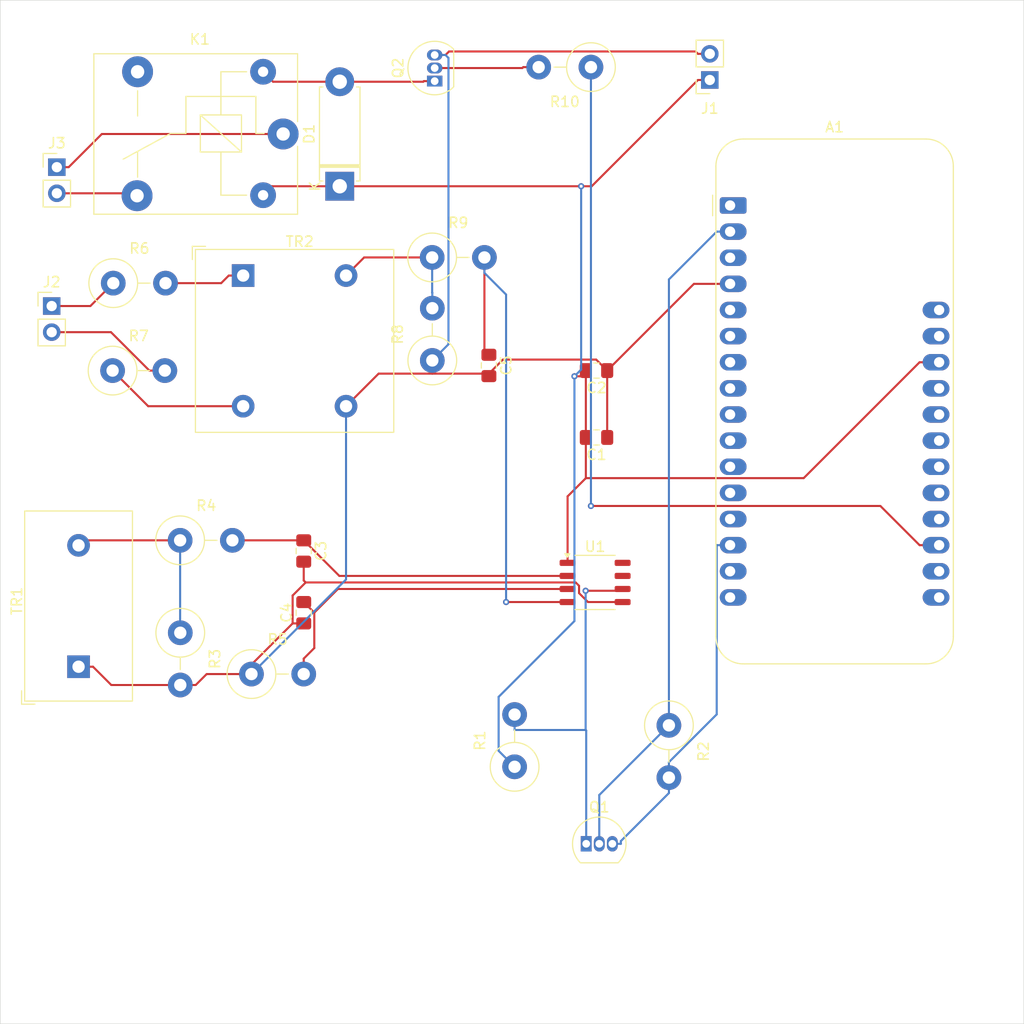
<source format=kicad_pcb>
(kicad_pcb (version 20240108) (generator "pcbnew") (generator_version "8.0")
  (layers (0 "F.Cu" signal) (31 "B.Cu" signal) (34 "B.Paste" user) (35 "F.Paste" user) (36 "B.SilkS" user "B.Silkscreen") (37 "F.SilkS" user "F.Silkscreen") (38 "B.Mask" user) (39 "F.Mask" user) (44 "Edge.Cuts" user))
  (net 0 "")
  (net 7 "Net-(A1-RX{slash}IO16)")
  (net 9 "Net-(A1-3V3)")
  (net 11 "Net-(A1-USB)")
  (net 23 "Net-(A1-GND)")
  (net 27 "/IO14")
  (net 29 "/IP")
  (net 30 "/IN")
  (net 31 "/VP")
  (net 32 "Net-(D1-A)")
  (net 33 "/AC_L")
  (net 34 "/AC_N")
  (net 35 "Net-(J3-Pin_1)")
  (net 36 "Net-(J3-Pin_2)")
  (net 38 "/E_TX")
  (net 39 "Net-(Q2-B)")
  (net 40 "Net-(R3-Pad1)")
  (net 41 "Net-(R6-Pad2)")
  (net 42 "Net-(R7-Pad1)")
  (net 43 "Net-(R8-Pad2)")
  (footprint "Resistor_THT:R_Axial_DIN0414_L11.9mm_D4.5mm_P5.08mm_Vertical" (layer "F.Cu") (at 124.42 115.5)
    (property "Reference" "R5" (at 2.54 -3.37 0) (layer "F.SilkS"))
    (property "Value" "1k")
    (fp_line (start 2.37 0) (end 3.58 0) (stroke (width 0.12)) (layer "F.SilkS"))
    (fp_circle (center 0 0) (end 2.37 0) (stroke (width 0.12)) (fill none) (layer "F.SilkS"))
    (pad "1" thru_hole circle (at 0 0) (size 2.4 2.4) (drill 1.2) (layers "*.Cu" "*.Mask") (net 23 "Net-(A1-GND)"))
    (pad "2" thru_hole oval (at 5.08 0) (size 2.4 2.4) (drill 1.2) (layers "*.Cu" "*.Mask") (net 30 "/IN"))
  )
  (footprint "Resistor_THT:R_Axial_DIN0414_L11.9mm_D4.5mm_P5.08mm_Vertical" (layer "F.Cu") (at 141.985 75)
    (property "Reference" "R9" (at 2.54 -3.37 0) (layer "F.SilkS"))
    (property "Value" "1k")
    (fp_line (start 2.37 0) (end 3.58 0) (stroke (width 0.12)) (layer "F.SilkS"))
    (fp_circle (center 0 0) (end 2.37 0) (stroke (width 0.12)) (fill none) (layer "F.SilkS"))
    (pad "1" thru_hole circle (at 0 0) (size 2.4 2.4) (drill 1.2) (layers "*.Cu" "*.Mask") (net 43 "Net-(R8-Pad2)"))
    (pad "2" thru_hole oval (at 5.08 0) (size 2.4 2.4) (drill 1.2) (layers "*.Cu" "*.Mask") (net 31 "/VP"))
  )
  (footprint "Connector_PinSocket_2.54mm:PinSocket_1x02_P2.54mm_Vertical" (layer "F.Cu") (at 168.975 57.75 180)
    (property "Reference" "J1" (at 0 -2.77 0) (layer "F.SilkS"))
    (property "Value" "2 pin 5V/GND from dc power supply")
    (fp_line (start 1.33 1.27) (end 1.33 3.87) (stroke (width 0.12)) (layer "F.SilkS"))
    (fp_line (start 1.33 -1.33) (end 1.33 0) (stroke (width 0.12)) (layer "F.SilkS"))
    (fp_line (start 0 -1.33) (end 1.33 -1.33) (stroke (width 0.12)) (layer "F.SilkS"))
    (fp_line (start -1.33 3.87) (end 1.33 3.87) (stroke (width 0.12)) (layer "F.SilkS"))
    (fp_line (start -1.33 1.27) (end 1.33 1.27) (stroke (width 0.12)) (layer "F.SilkS"))
    (fp_line (start -1.33 1.27) (end -1.33 3.87) (stroke (width 0.12)) (layer "F.SilkS"))
    (pad "1" thru_hole rect (at 0 0 180) (size 1.7 1.7) (drill 1) (layers "*.Cu" "*.Mask") (net 11 "Net-(A1-USB)"))
    (pad "2" thru_hole oval (at 0 2.54 180) (size 1.7 1.7) (drill 1) (layers "*.Cu" "*.Mask") (net 23 "Net-(A1-GND)"))
  )
  (footprint "Capacitor_SMD:C_0805_2012Metric_Pad1.18x1.45mm_HandSolder" (layer "F.Cu") (at 157.9625 92.5 180)
    (property "Reference" "C1" (at 0 -1.68 0) (layer "F.SilkS"))
    (property "Value" "100n")
    (fp_line (start -0.261252 0.735) (end 0.261252 0.735) (stroke (width 0.12)) (layer "F.SilkS"))
    (fp_line (start -0.261252 -0.735) (end 0.261252 -0.735) (stroke (width 0.12)) (layer "F.SilkS"))
    (pad "1" smd roundrect (at -1.0375 0 180) (size 1.175 1.45) (layers "F.Cu" "F.Paste" "F.Mask") (roundrect_rratio 0.212766) (net 23 "Net-(A1-GND)"))
    (pad "2" smd roundrect (at 1.0375 0 180) (size 1.175 1.45) (layers "F.Cu" "F.Paste" "F.Mask") (roundrect_rratio 0.212766) (net 11 "Net-(A1-USB)"))
  )
  (footprint "Package_SO:SSOP-8_3.9x5.05mm_P1.27mm" (layer "F.Cu") (at 157.825 106.595)
    (property "Reference" "U1" (at 0 -3.48 0) (layer "F.SilkS"))
    (property "Value" "HLW8032")
    (fp_line (start 0 -2.635) (end -1.95 -2.635) (stroke (width 0.12)) (layer "F.SilkS"))
    (fp_line (start 0 -2.635) (end 1.95 -2.635) (stroke (width 0.12)) (layer "F.SilkS"))
    (fp_line (start 0 2.635) (end -1.95 2.635) (stroke (width 0.12)) (layer "F.SilkS"))
    (fp_line (start 0 2.635) (end 1.95 2.635) (stroke (width 0.12)) (layer "F.SilkS"))
    (fp_poly (pts (xy -2.7 -2.465) (xy -2.94 -2.795) (xy -2.46 -2.795) (xy -2.7 -2.465)) (stroke (width 0.12)) (fill solid) (layer "F.SilkS"))
    (pad "1" smd roundrect (at -2.675 -1.905) (size 1.55 0.6) (layers "F.Cu" "F.Paste" "F.Mask") (net 11 "Net-(A1-USB)"))
    (pad "2" smd roundrect (at -2.675 -0.635) (size 1.55 0.6) (layers "F.Cu" "F.Paste" "F.Mask") (net 29 "/IP"))
    (pad "3" smd roundrect (at -2.675 0.635) (size 1.55 0.6) (layers "F.Cu" "F.Paste" "F.Mask") (net 30 "/IN"))
    (pad "4" smd roundrect (at -2.675 1.905) (size 1.55 0.6) (layers "F.Cu" "F.Paste" "F.Mask") (net 31 "/VP"))
    (pad "5" smd roundrect (at 2.675 1.905) (size 1.55 0.6) (layers "F.Cu" "F.Paste" "F.Mask") (net 23 "Net-(A1-GND)"))
    (pad "6" smd roundrect (at 2.675 0.635) (size 1.55 0.6) (layers "F.Cu" "F.Paste" "F.Mask") (net 38 "/E_TX"))
    (pad "7" smd roundrect (at 2.675 -0.635) (size 1.55 0.6) (layers "F.Cu" "F.Paste" "F.Mask"))
    (pad "8" smd roundrect (at 2.675 -1.905) (size 1.55 0.6) (layers "F.Cu" "F.Paste" "F.Mask"))
  )
  (footprint "Resistor_THT:R_Axial_DIN0414_L11.9mm_D4.5mm_P5.08mm_Vertical" (layer "F.Cu") (at 117.485 102.5)
    (property "Reference" "R4" (at 2.54 -3.37 0) (layer "F.SilkS"))
    (property "Value" "1k")
    (fp_line (start 2.37 0) (end 3.58 0) (stroke (width 0.12)) (layer "F.SilkS"))
    (fp_circle (center 0 0) (end 2.37 0) (stroke (width 0.12)) (fill none) (layer "F.SilkS"))
    (pad "1" thru_hole circle (at 0 0) (size 2.4 2.4) (drill 1.2) (layers "*.Cu" "*.Mask") (net 40 "Net-(R3-Pad1)"))
    (pad "2" thru_hole oval (at 5.08 0) (size 2.4 2.4) (drill 1.2) (layers "*.Cu" "*.Mask") (net 29 "/IP"))
  )
  (footprint "Resistor_THT:R_Axial_DIN0414_L11.9mm_D4.5mm_P5.08mm_Vertical" (layer "F.Cu") (at 157.42 56.5 180)
    (property "Reference" "R10" (at 2.54 -3.37 0) (layer "F.SilkS"))
    (property "Value" "3.3k")
    (fp_line (start 2.37 0) (end 3.58 0) (stroke (width 0.12)) (layer "F.SilkS"))
    (fp_circle (center 0 0) (end 2.37 0) (stroke (width 0.12)) (fill none) (layer "F.SilkS"))
    (pad "1" thru_hole circle (at 0 0 180) (size 2.4 2.4) (drill 1.2) (layers "*.Cu" "*.Mask") (net 27 "/IO14"))
    (pad "2" thru_hole oval (at 5.08 0 180) (size 2.4 2.4) (drill 1.2) (layers "*.Cu" "*.Mask") (net 39 "Net-(Q2-B)"))
  )
  (footprint "Relay_THT:Relay_SPDT_SANYOU_SRD_Series_Form_C" (layer "F.Cu") (at 127.5 63 180)
    (property "Reference" "K1" (at 8.1 9.2 0) (layer "F.SilkS"))
    (property "Value" "SANYOU_SRD_Form_C")
    (fp_line (start 18.4 7.8) (end -1.4 7.8) (stroke (width 0.12)) (layer "F.SilkS"))
    (fp_line (start 18.4 -7.8) (end 18.4 7.8) (stroke (width 0.12)) (layer "F.SilkS"))
    (fp_line (start 14.15 4.2) (end 14.15 1.75) (stroke (width 0.12)) (layer "F.SilkS"))
    (fp_line (start 14.15 -4.2) (end 14.15 -1.7) (stroke (width 0.12)) (layer "F.SilkS"))
    (fp_line (start 10.95 0.05) (end 15.55 -2.45) (stroke (width 0.12)) (layer "F.SilkS"))
    (fp_line (start 9.45 3.65) (end 2.65 3.65) (stroke (width 0.12)) (layer "F.SilkS"))
    (fp_line (start 9.45 0.05) (end 10.95 0.05) (stroke (width 0.12)) (layer "F.SilkS"))
    (fp_line (start 9.45 0.05) (end 9.45 3.65) (stroke (width 0.12)) (layer "F.SilkS"))
    (fp_line (start 8.05 1.85) (end 4.05 1.85) (stroke (width 0.12)) (layer "F.SilkS"))
    (fp_line (start 8.05 1.85) (end 4.05 -1.75) (stroke (width 0.12)) (layer "F.SilkS"))
    (fp_line (start 8.05 -1.75) (end 8.05 1.85) (stroke (width 0.12)) (layer "F.SilkS"))
    (fp_line (start 6.05 1.85) (end 6.05 6.05) (stroke (width 0.12)) (layer "F.SilkS"))
    (fp_line (start 6.05 -5.95) (end 6.05 -1.75) (stroke (width 0.12)) (layer "F.SilkS"))
    (fp_line (start 6.05 -5.95) (end 3.55 -5.95) (stroke (width 0.12)) (layer "F.SilkS"))
    (fp_line (start 4.05 1.85) (end 4.05 -1.75) (stroke (width 0.12)) (layer "F.SilkS"))
    (fp_line (start 4.05 -1.75) (end 8.05 -1.75) (stroke (width 0.12)) (layer "F.SilkS"))
    (fp_line (start 3.55 6.05) (end 6.05 6.05) (stroke (width 0.12)) (layer "F.SilkS"))
    (fp_line (start 2.65 0.05) (end 2.65 3.65) (stroke (width 0.12)) (layer "F.SilkS"))
    (fp_line (start 2.65 0.05) (end 1.85 0.05) (stroke (width 0.12)) (layer "F.SilkS"))
    (fp_line (start -1.4 1.2) (end -1.4 7.8) (stroke (width 0.12)) (layer "F.SilkS"))
    (fp_line (start -1.4 -7.8) (end 18.4 -7.8) (stroke (width 0.12)) (layer "F.SilkS"))
    (fp_line (start -1.4 -7.8) (end -1.4 -1.2) (stroke (width 0.12)) (layer "F.SilkS"))
    (pad "1" thru_hole circle (at 0 0 270) (size 3 3) (drill 1.3) (layers "*.Cu" "*.Mask") (net 35 "Net-(J3-Pin_1)"))
    (pad "2" thru_hole circle (at 1.95 6.05 270) (size 2.5 2.5) (drill 1) (layers "*.Cu" "*.Mask") (net 32 "Net-(D1-A)"))
    (pad "3" thru_hole circle (at 14.15 6.05 270) (size 3 3) (drill 1.3) (layers "*.Cu" "*.Mask"))
    (pad "4" thru_hole circle (at 14.2 -6 270) (size 3 3) (drill 1.3) (layers "*.Cu" "*.Mask") (net 36 "Net-(J3-Pin_2)"))
    (pad "5" thru_hole circle (at 1.95 -5.95 270) (size 2.5 2.5) (drill 1) (layers "*.Cu" "*.Mask") (net 11 "Net-(A1-USB)"))
  )
  (footprint "Package_TO_SOT_THT:TO-92_Inline" (layer "F.Cu") (at 142.23 57.86 90)
    (property "Reference" "Q2" (at 1.27 -3.56 90) (layer "F.SilkS"))
    (property "Value" "NPN")
    (fp_line (start -0.53 1.85) (end 3.07 1.85) (stroke (width 0.12)) (layer "F.SilkS"))
    (fp_arc (start 1.27 -2.6) (mid 3.672087 -0.994977) (end 3.108478 1.838478) (stroke (width 0.12)) (layer "F.SilkS"))
    (fp_arc (start -0.568478 1.838478) (mid -1.132087 -0.994977) (end 1.27 -2.6) (stroke (width 0.12)) (layer "F.SilkS"))
    (pad "1" thru_hole rect (at 0 0 90) (size 1.05 1.5) (drill 0.75) (layers "*.Cu" "*.Mask") (net 32 "Net-(D1-A)"))
    (pad "2" thru_hole oval (at 1.27 0 90) (size 1.05 1.5) (drill 0.75) (layers "*.Cu" "*.Mask") (net 39 "Net-(Q2-B)"))
    (pad "3" thru_hole oval (at 2.54 0 90) (size 1.05 1.5) (drill 0.75) (layers "*.Cu" "*.Mask") (net 23 "Net-(A1-GND)"))
  )
  (footprint "Resistor_THT:R_Axial_DIN0414_L11.9mm_D4.5mm_P5.08mm_Vertical" (layer "F.Cu") (at 150 124.515 90)
    (property "Reference" "R1" (at 2.54 -3.37 90) (layer "F.SilkS"))
    (property "Value" "10k")
    (fp_line (start 2.37 0) (end 3.58 0) (stroke (width 0.12)) (layer "F.SilkS"))
    (fp_circle (center 0 0) (end 2.37 0) (stroke (width 0.12)) (fill none) (layer "F.SilkS"))
    (pad "1" thru_hole circle (at 0 0 90) (size 2.4 2.4) (drill 1.2) (layers "*.Cu" "*.Mask") (net 11 "Net-(A1-USB)"))
    (pad "2" thru_hole oval (at 5.08 0 90) (size 2.4 2.4) (drill 1.2) (layers "*.Cu" "*.Mask") (net 38 "/E_TX"))
  )
  (footprint "Connector_PinHeader_2.54mm:PinHeader_1x02_P2.54mm_Vertical" (layer "F.Cu") (at 105 79.725)
    (property "Reference" "J2" (at 0 -2.33 0) (layer "F.SilkS"))
    (property "Value" "2-pin Load voltage sense")
    (fp_line (start -1.33 -1.33) (end 0 -1.33) (stroke (width 0.12)) (layer "F.SilkS"))
    (fp_line (start -1.33 0) (end -1.33 -1.33) (stroke (width 0.12)) (layer "F.SilkS"))
    (fp_line (start -1.33 1.27) (end -1.33 3.87) (stroke (width 0.12)) (layer "F.SilkS"))
    (fp_line (start -1.33 1.27) (end 1.33 1.27) (stroke (width 0.12)) (layer "F.SilkS"))
    (fp_line (start -1.33 3.87) (end 1.33 3.87) (stroke (width 0.12)) (layer "F.SilkS"))
    (fp_line (start 1.33 1.27) (end 1.33 3.87) (stroke (width 0.12)) (layer "F.SilkS"))
    (pad "1" thru_hole rect (at 0 0) (size 1.7 1.7) (drill 1) (layers "*.Cu" "*.Mask") (net 33 "/AC_L"))
    (pad "2" thru_hole oval (at 0 2.54) (size 1.7 1.7) (drill 1) (layers "*.Cu" "*.Mask") (net 34 "/AC_N"))
  )
  (footprint "Resistor_THT:R_Axial_DIN0414_L11.9mm_D4.5mm_P5.08mm_Vertical" (layer "F.Cu") (at 142 85.015 90)
    (property "Reference" "R8" (at 2.54 -3.37 90) (layer "F.SilkS"))
    (property "Value" "49.9")
    (fp_line (start 2.37 0) (end 3.58 0) (stroke (width 0.12)) (layer "F.SilkS"))
    (fp_circle (center 0 0) (end 2.37 0) (stroke (width 0.12)) (fill none) (layer "F.SilkS"))
    (pad "1" thru_hole circle (at 0 0 90) (size 2.4 2.4) (drill 1.2) (layers "*.Cu" "*.Mask") (net 23 "Net-(A1-GND)"))
    (pad "2" thru_hole oval (at 5.08 0 90) (size 2.4 2.4) (drill 1.2) (layers "*.Cu" "*.Mask") (net 43 "Net-(R8-Pad2)"))
  )
  (footprint "Connector_PinHeader_2.54mm:PinHeader_1x02_P2.54mm_Vertical" (layer "F.Cu") (at 105.5 66.225)
    (property "Reference" "J3" (at 0 -2.33 0) (layer "F.SilkS"))
    (property "Value" "AC Common IN/OUT")
    (fp_line (start -1.33 -1.33) (end 0 -1.33) (stroke (width 0.12)) (layer "F.SilkS"))
    (fp_line (start -1.33 0) (end -1.33 -1.33) (stroke (width 0.12)) (layer "F.SilkS"))
    (fp_line (start -1.33 1.27) (end -1.33 3.87) (stroke (width 0.12)) (layer "F.SilkS"))
    (fp_line (start -1.33 1.27) (end 1.33 1.27) (stroke (width 0.12)) (layer "F.SilkS"))
    (fp_line (start -1.33 3.87) (end 1.33 3.87) (stroke (width 0.12)) (layer "F.SilkS"))
    (fp_line (start 1.33 1.27) (end 1.33 3.87) (stroke (width 0.12)) (layer "F.SilkS"))
    (pad "1" thru_hole rect (at 0 0) (size 1.7 1.7) (drill 1) (layers "*.Cu" "*.Mask") (net 35 "Net-(J3-Pin_1)"))
    (pad "2" thru_hole oval (at 0 2.54) (size 1.7 1.7) (drill 1) (layers "*.Cu" "*.Mask") (net 36 "Net-(J3-Pin_2)"))
  )
  (footprint "Capacitor_SMD:C_0805_2012Metric_Pad1.18x1.45mm_HandSolder" (layer "F.Cu") (at 157.9625 86 180)
    (property "Reference" "C2" (at 0 -1.68 0) (layer "F.SilkS"))
    (property "Value" "10u")
    (fp_line (start -0.261252 0.735) (end 0.261252 0.735) (stroke (width 0.12)) (layer "F.SilkS"))
    (fp_line (start -0.261252 -0.735) (end 0.261252 -0.735) (stroke (width 0.12)) (layer "F.SilkS"))
    (pad "1" smd roundrect (at -1.0375 0 180) (size 1.175 1.45) (layers "F.Cu" "F.Paste" "F.Mask") (roundrect_rratio 0.212766) (net 23 "Net-(A1-GND)"))
    (pad "2" smd roundrect (at 1.0375 0 180) (size 1.175 1.45) (layers "F.Cu" "F.Paste" "F.Mask") (roundrect_rratio 0.212766) (net 11 "Net-(A1-USB)"))
  )
  (footprint "Resistor_THT:R_Axial_DIN0414_L11.9mm_D4.5mm_P5.08mm_Vertical" (layer "F.Cu") (at 165 120.485 -90)
    (property "Reference" "R2" (at 2.54 -3.37 90) (layer "F.SilkS"))
    (property "Value" "10k")
    (fp_line (start 2.37 0) (end 3.58 0) (stroke (width 0.12)) (layer "F.SilkS"))
    (fp_circle (center 0 0) (end 2.37 0) (stroke (width 0.12)) (fill none) (layer "F.SilkS"))
    (pad "1" thru_hole circle (at 0 0 270) (size 2.4 2.4) (drill 1.2) (layers "*.Cu" "*.Mask") (net 9 "Net-(A1-3V3)"))
    (pad "2" thru_hole oval (at 5.08 0 270) (size 2.4 2.4) (drill 1.2) (layers "*.Cu" "*.Mask") (net 7 "Net-(A1-RX{slash}IO16)"))
  )
  (footprint "Diode_THT:D_5W_P10.16mm_Horizontal" (layer "F.Cu") (at 133 68.08 90)
    (property "Reference" "D1" (at 5.08 -2.97 90) (layer "F.SilkS"))
    (property "Value" "D")
    (fp_line (start 9.65 -1.97) (end 9.65 -1.64) (stroke (width 0.12)) (layer "F.SilkS"))
    (fp_line (start 2.085 -1.97) (end 2.085 1.97) (stroke (width 0.12)) (layer "F.SilkS"))
    (fp_line (start 1.965 -1.97) (end 1.965 1.97) (stroke (width 0.12)) (layer "F.SilkS"))
    (fp_line (start 1.845 -1.97) (end 1.845 1.97) (stroke (width 0.12)) (layer "F.SilkS"))
    (fp_line (start 0.51 -1.97) (end 9.65 -1.97) (stroke (width 0.12)) (layer "F.SilkS"))
    (fp_line (start 0.51 -1.64) (end 0.51 -1.97) (stroke (width 0.12)) (layer "F.SilkS"))
    (fp_line (start 0.51 1.64) (end 0.51 1.97) (stroke (width 0.12)) (layer "F.SilkS"))
    (fp_line (start 9.65 1.97) (end 9.65 1.64) (stroke (width 0.12)) (layer "F.SilkS"))
    (fp_line (start 0.51 1.97) (end 9.65 1.97) (stroke (width 0.12)) (layer "F.SilkS"))
    (fp_text user "K" (at 0 -2.4 90) (layer "F.SilkS"))
    (pad "1" thru_hole rect (at 0 0 90) (size 2.8 2.8) (drill 1.4) (layers "*.Cu" "*.Mask") (net 11 "Net-(A1-USB)"))
    (pad "2" thru_hole oval (at 10.16 0 90) (size 2.8 2.8) (drill 1.4) (layers "*.Cu" "*.Mask") (net 32 "Net-(D1-A)"))
  )
  (footprint "Resistor_THT:R_Axial_DIN0414_L11.9mm_D4.5mm_P5.08mm_Vertical" (layer "F.Cu") (at 110.92 86)
    (property "Reference" "R7" (at 2.54 -3.37 0) (layer "F.SilkS"))
    (property "Value" "12k")
    (fp_line (start 2.37 0) (end 3.58 0) (stroke (width 0.12)) (layer "F.SilkS"))
    (fp_circle (center 0 0) (end 2.37 0) (stroke (width 0.12)) (fill none) (layer "F.SilkS"))
    (pad "1" thru_hole circle (at 0 0) (size 2.4 2.4) (drill 1.2) (layers "*.Cu" "*.Mask") (net 42 "Net-(R7-Pad1)"))
    (pad "2" thru_hole oval (at 5.08 0) (size 2.4 2.4) (drill 1.2) (layers "*.Cu" "*.Mask") (net 34 "/AC_N"))
  )
  (footprint "Capacitor_SMD:C_0805_2012Metric_Pad1.18x1.45mm_HandSolder" (layer "F.Cu") (at 129.5 109.5375 90)
    (property "Reference" "C4" (at 0 -1.68 90) (layer "F.SilkS"))
    (property "Value" "33n")
    (fp_line (start -0.261252 -0.735) (end 0.261252 -0.735) (stroke (width 0.12)) (layer "F.SilkS"))
    (fp_line (start -0.261252 0.735) (end 0.261252 0.735) (stroke (width 0.12)) (layer "F.SilkS"))
    (pad "1" smd roundrect (at -1.0375 0 90) (size 1.175 1.45) (layers "F.Cu" "F.Paste" "F.Mask") (roundrect_rratio 0.212766) (net 23 "Net-(A1-GND)"))
    (pad "2" smd roundrect (at 1.0375 0 90) (size 1.175 1.45) (layers "F.Cu" "F.Paste" "F.Mask") (roundrect_rratio 0.212766) (net 30 "/IN"))
  )
  (footprint "Resistor_THT:R_Axial_DIN0414_L11.9mm_D4.5mm_P5.08mm_Vertical" (layer "F.Cu") (at 117.5 111.485 -90)
    (property "Reference" "R3" (at 2.54 -3.37 90) (layer "F.SilkS"))
    (property "Value" "1")
    (fp_line (start 2.37 0) (end 3.58 0) (stroke (width 0.12)) (layer "F.SilkS"))
    (fp_circle (center 0 0) (end 2.37 0) (stroke (width 0.12)) (fill none) (layer "F.SilkS"))
    (pad "1" thru_hole circle (at 0 0 270) (size 2.4 2.4) (drill 1.2) (layers "*.Cu" "*.Mask") (net 40 "Net-(R3-Pad1)"))
    (pad "2" thru_hole oval (at 5.08 0 270) (size 2.4 2.4) (drill 1.2) (layers "*.Cu" "*.Mask") (net 23 "Net-(A1-GND)"))
  )
  (footprint "Capacitor_SMD:C_0805_2012Metric_Pad1.18x1.45mm_HandSolder" (layer "F.Cu") (at 129.5 103.5375 -90)
    (property "Reference" "C3" (at 0 -1.68 90) (layer "F.SilkS"))
    (property "Value" "33n")
    (fp_line (start -0.261252 0.735) (end 0.261252 0.735) (stroke (width 0.12)) (layer "F.SilkS"))
    (fp_line (start -0.261252 -0.735) (end 0.261252 -0.735) (stroke (width 0.12)) (layer "F.SilkS"))
    (pad "1" smd roundrect (at -1.0375 0 270) (size 1.175 1.45) (layers "F.Cu" "F.Paste" "F.Mask") (roundrect_rratio 0.212766) (net 29 "/IP"))
    (pad "2" smd roundrect (at 1.0375 0 270) (size 1.175 1.45) (layers "F.Cu" "F.Paste" "F.Mask") (roundrect_rratio 0.212766) (net 23 "Net-(A1-GND)"))
  )
  (footprint "Resistor_THT:R_Axial_DIN0414_L11.9mm_D4.5mm_P5.08mm_Vertical" (layer "F.Cu") (at 110.985 77.5)
    (property "Reference" "R6" (at 2.54 -3.37 0) (layer "F.SilkS"))
    (property "Value" "12k")
    (fp_line (start 2.37 0) (end 3.58 0) (stroke (width 0.12)) (layer "F.SilkS"))
    (fp_circle (center 0 0) (end 2.37 0) (stroke (width 0.12)) (fill none) (layer "F.SilkS"))
    (pad "1" thru_hole circle (at 0 0) (size 2.4 2.4) (drill 1.2) (layers "*.Cu" "*.Mask") (net 33 "/AC_L"))
    (pad "2" thru_hole oval (at 5.08 0) (size 2.4 2.4) (drill 1.2) (layers "*.Cu" "*.Mask") (net 41 "Net-(R6-Pad2)"))
  )
  (footprint "Transformer_THT:Transformer_Zeming_ZMCT103C" (layer "F.Cu") (at 107.6125 114.7875 90)
    (property "Reference" "TR1" (at 6.39 -6 90) (layer "F.SilkS"))
    (property "Value" "ZMCT103C")
    (fp_line (start -3.64 -5.54) (end -2.34 -5.54) (stroke (width 0.12)) (layer "F.SilkS"))
    (fp_line (start -3.64 -4.24) (end -3.64 -5.54) (stroke (width 0.12)) (layer "F.SilkS"))
    (fp_rect (start -3.34 -5.24) (end 15.14 5.24) (stroke (width 0.12)) (fill none) (layer "F.SilkS"))
    (pad "1" thru_hole rect (at 0 0 90) (size 2.2 2.2) (drill 1.2) (layers "*.Cu" "*.Mask") (net 23 "Net-(A1-GND)"))
    (pad "2" thru_hole circle (at 11.8 0 90) (size 2.2 2.2) (drill 1.2) (layers "*.Cu" "*.Mask") (net 40 "Net-(R3-Pad1)"))
  )
  (footprint "Module:Adafruit_Feather" (layer "F.Cu") (at 170.9475 69.95)
    (property "Reference" "A1" (at 10.16 -7.62 0) (layer "F.SilkS"))
    (property "Value" "Adafruit_Feather_HUZZAH32_ESP32")
    (fp_line (start -1.7 1) (end -1.7 -1) (stroke (width 0.12)) (layer "F.SilkS"))
    (fp_line (start -1.38 -3.81) (end -1.38 41.91) (stroke (width 0.12)) (layer "F.SilkS"))
    (fp_line (start 19.05 -6.46) (end 1.27 -6.46) (stroke (width 0.12)) (layer "F.SilkS"))
    (fp_line (start 19.05 44.56) (end 1.27 44.56) (stroke (width 0.12)) (layer "F.SilkS"))
    (fp_line (start 21.7 -3.81) (end 21.7 41.91) (stroke (width 0.12)) (layer "F.SilkS"))
    (fp_arc (start -1.38 -3.81) (mid -0.603833 -5.683833) (end 1.27 -6.46) (stroke (width 0.12)) (layer "F.SilkS"))
    (fp_arc (start 1.27 44.56) (mid -0.603833 43.783833) (end -1.38 41.91) (stroke (width 0.12)) (layer "F.SilkS"))
    (fp_arc (start 19.05 -6.46) (mid 20.923833 -5.683833) (end 21.7 -3.81) (stroke (width 0.12)) (layer "F.SilkS"))
    (fp_arc (start 21.7 41.91) (mid 20.923833 43.783833) (end 19.05 44.56) (stroke (width 0.12)) (layer "F.SilkS"))
    (pad "1" thru_hole roundrect (at 0 0) (size 2.6 1.6) (drill 1 (offset 0.3 0)) (layers "*.Cu" "*.Mask") (roundrect_rratio 0.15625))
    (pad "2" thru_hole oval (at 0 2.54) (size 2.6 1.6) (drill 1 (offset 0.3 0)) (layers "*.Cu" "*.Mask") (net 9 "Net-(A1-3V3)"))
    (pad "3" thru_hole oval (at 0 5.08) (size 2.6 1.6) (drill 1 (offset 0.3 0)) (layers "*.Cu" "*.Mask"))
    (pad "4" thru_hole oval (at 0 7.62) (size 2.6 1.6) (drill 1 (offset 0.3 0)) (layers "*.Cu" "*.Mask") (net 23 "Net-(A1-GND)"))
    (pad "5" thru_hole oval (at 0 10.16) (size 2.6 1.6) (drill 1 (offset 0.3 0)) (layers "*.Cu" "*.Mask"))
    (pad "6" thru_hole oval (at 0 12.7) (size 2.6 1.6) (drill 1 (offset 0.3 0)) (layers "*.Cu" "*.Mask"))
    (pad "7" thru_hole oval (at 0 15.24) (size 2.6 1.6) (drill 1 (offset 0.3 0)) (layers "*.Cu" "*.Mask"))
    (pad "8" thru_hole oval (at 0 17.78) (size 2.6 1.6) (drill 1 (offset 0.3 0)) (layers "*.Cu" "*.Mask"))
    (pad "9" thru_hole oval (at 0 20.32) (size 2.6 1.6) (drill 1 (offset 0.3 0)) (layers "*.Cu" "*.Mask"))
    (pad "10" thru_hole oval (at 0 22.86) (size 2.6 1.6) (drill 1 (offset 0.3 0)) (layers "*.Cu" "*.Mask"))
    (pad "11" thru_hole oval (at 0 25.4) (size 2.6 1.6) (drill 1 (offset 0.3 0)) (layers "*.Cu" "*.Mask"))
    (pad "12" thru_hole oval (at 0 27.94) (size 2.6 1.6) (drill 1 (offset 0.3 0)) (layers "*.Cu" "*.Mask"))
    (pad "13" thru_hole oval (at 0 30.48) (size 2.6 1.6) (drill 1 (offset 0.3 0)) (layers "*.Cu" "*.Mask"))
    (pad "14" thru_hole oval (at 0 33.02) (size 2.6 1.6) (drill 1 (offset 0.3 0)) (layers "*.Cu" "*.Mask") (net 7 "Net-(A1-RX{slash}IO16)"))
    (pad "15" thru_hole oval (at 0 35.56) (size 2.6 1.6) (drill 1 (offset 0.3 0)) (layers "*.Cu" "*.Mask"))
    (pad "16" thru_hole oval (at 0 38.1) (size 2.6 1.6) (drill 1 (offset 0.3 0)) (layers "*.Cu" "*.Mask"))
    (pad "17" thru_hole oval (at 20.32 38.1 180) (size 2.6 1.6) (drill 1 (offset 0.3 0)) (layers "*.Cu" "*.Mask"))
    (pad "18" thru_hole oval (at 20.32 35.56 180) (size 2.6 1.6) (drill 1 (offset 0.3 0)) (layers "*.Cu" "*.Mask"))
    (pad "19" thru_hole oval (at 20.32 33.02 180) (size 2.6 1.6) (drill 1 (offset 0.3 0)) (layers "*.Cu" "*.Mask") (net 27 "/IO14"))
    (pad "20" thru_hole oval (at 20.32 30.48 180) (size 2.6 1.6) (drill 1 (offset 0.3 0)) (layers "*.Cu" "*.Mask"))
    (pad "21" thru_hole oval (at 20.32 27.94 180) (size 2.6 1.6) (drill 1 (offset 0.3 0)) (layers "*.Cu" "*.Mask"))
    (pad "22" thru_hole oval (at 20.32 25.4 180) (size 2.6 1.6) (drill 1 (offset 0.3 0)) (layers "*.Cu" "*.Mask"))
    (pad "23" thru_hole oval (at 20.32 22.86 180) (size 2.6 1.6) (drill 1 (offset 0.3 0)) (layers "*.Cu" "*.Mask"))
    (pad "24" thru_hole oval (at 20.32 20.32 180) (size 2.6 1.6) (drill 1 (offset 0.3 0)) (layers "*.Cu" "*.Mask"))
    (pad "25" thru_hole oval (at 20.32 17.78 180) (size 2.6 1.6) (drill 1 (offset 0.3 0)) (layers "*.Cu" "*.Mask"))
    (pad "26" thru_hole oval (at 20.32 15.24 180) (size 2.6 1.6) (drill 1 (offset 0.3 0)) (layers "*.Cu" "*.Mask") (net 11 "Net-(A1-USB)"))
    (pad "27" thru_hole oval (at 20.32 12.7 180) (size 2.6 1.6) (drill 1 (offset 0.3 0)) (layers "*.Cu" "*.Mask"))
    (pad "28" thru_hole oval (at 20.32 10.16 180) (size 2.6 1.6) (drill 1 (offset 0.3 0)) (layers "*.Cu" "*.Mask"))
  )
  (footprint "Package_TO_SOT_THT:TO-92_Inline" (layer "F.Cu") (at 156.96 132)
    (property "Reference" "Q1" (at 1.27 -3.56 0) (layer "F.SilkS"))
    (property "Value" "BS170")
    (fp_line (start -0.53 1.85) (end 3.07 1.85) (stroke (width 0.12)) (layer "F.SilkS"))
    (fp_arc (start -0.568478 1.838478) (mid -1.132087 -0.994977) (end 1.27 -2.6) (stroke (width 0.12)) (layer "F.SilkS"))
    (fp_arc (start 1.27 -2.6) (mid 3.672087 -0.994977) (end 3.108478 1.838478) (stroke (width 0.12)) (layer "F.SilkS"))
    (pad "1" thru_hole rect (at 0 0) (size 1.05 1.5) (drill 0.75) (layers "*.Cu" "*.Mask") (net 38 "/E_TX"))
    (pad "2" thru_hole oval (at 1.27 0) (size 1.05 1.5) (drill 0.75) (layers "*.Cu" "*.Mask") (net 9 "Net-(A1-3V3)"))
    (pad "3" thru_hole oval (at 2.54 0) (size 1.05 1.5) (drill 0.75) (layers "*.Cu" "*.Mask") (net 7 "Net-(A1-RX{slash}IO16)"))
  )
  (footprint "Transformer_THT:Transformer_Zeming_ZMPT101K" (layer "F.Cu") (at 123.6125 76.7625)
    (property "Reference" "TR2" (at 5.5 -3.3 0) (layer "F.SilkS"))
    (property "Value" "ZMPT101K")
    (fp_line (start -4.94 -2.84) (end -3.66 -2.84) (stroke (width 0.12)) (layer "F.SilkS"))
    (fp_line (start -4.94 -1.56) (end -4.94 -2.84) (stroke (width 0.12)) (layer "F.SilkS"))
    (fp_rect (start -4.64 -2.54) (end 14.64 15.24) (stroke (width 0.12)) (fill none) (layer "F.SilkS"))
    (pad "1" thru_hole rect (at 0 0) (size 2.2 2.2) (drill 1.2) (layers "*.Cu" "*.Mask") (net 41 "Net-(R6-Pad2)"))
    (pad "2" thru_hole circle (at 0 12.7) (size 2.2 2.2) (drill 1.2) (layers "*.Cu" "*.Mask") (net 42 "Net-(R7-Pad1)"))
    (pad "3" thru_hole circle (at 10 12.7) (size 2.2 2.2) (drill 1.2) (layers "*.Cu" "*.Mask") (net 23 "Net-(A1-GND)"))
    (pad "4" thru_hole circle (at 10 0) (size 2.2 2.2) (drill 1.2) (layers "*.Cu" "*.Mask") (net 43 "Net-(R8-Pad2)"))
  )
  (footprint "Capacitor_SMD:C_0805_2012Metric_Pad1.18x1.45mm_HandSolder" (layer "F.Cu") (at 147.5 85.5 -90)
    (property "Reference" "C5" (at 0 -1.68 90) (layer "F.SilkS"))
    (property "Value" "33n")
    (fp_line (start -0.261252 0.735) (end 0.261252 0.735) (stroke (width 0.12)) (layer "F.SilkS"))
    (fp_line (start -0.261252 -0.735) (end 0.261252 -0.735) (stroke (width 0.12)) (layer "F.SilkS"))
    (pad "1" smd roundrect (at -1.0375 0 270) (size 1.175 1.45) (layers "F.Cu" "F.Paste" "F.Mask") (roundrect_rratio 0.212766) (net 31 "/VP"))
    (pad "2" smd roundrect (at 1.0375 0 270) (size 1.175 1.45) (layers "F.Cu" "F.Paste" "F.Mask") (roundrect_rratio 0.212766) (net 23 "Net-(A1-GND)"))
  )
  (gr_rect (start 100 50) (end 199.5 149.5) (stroke (width 0.05)) (fill none) (layer "Edge.Cuts"))
  (segment (start 160.3267 131.74) (end 165 127.0667) (width 0.2) (layer "B.Cu") (net 7))
  (segment (start 159.5 132) (end 160.3267 132) (width 0.2) (layer "B.Cu") (net 7))
  (segment (start 165 125.565) (end 165 127.0667) (width 0.2) (layer "B.Cu") (net 7))
  (segment (start 165 125.565) (end 165 124.0633) (width 0.2) (layer "B.Cu") (net 7))
  (segment (start 160.3267 132) (end 160.3267 131.74) (width 0.2) (layer "B.Cu") (net 7))
  (segment (start 169.6458 119.4175) (end 165 124.0633) (width 0.2) (layer "B.Cu") (net 7))
  (segment (start 169.6458 102.97) (end 169.6458 119.4175) (width 0.2) (layer "B.Cu") (net 7))
  (segment (start 170.9475 102.97) (end 169.6458 102.97) (width 0.2) (layer "B.Cu") (net 7))
  (segment (start 158.23 127.255) (end 165 120.485) (width 0.2) (layer "B.Cu") (net 9))
  (segment (start 170.9475 72.49) (end 169.6458 72.49) (width 0.2) (layer "B.Cu") (net 9))
  (segment (start 158.23 132) (end 158.23 127.255) (width 0.2) (layer "B.Cu") (net 9))
  (segment (start 165 77.1358) (end 165 120.485) (width 0.2) (layer "B.Cu") (net 9))
  (segment (start 169.6458 72.49) (end 165 77.1358) (width 0.2) (layer "B.Cu") (net 9))
  (segment (start 191.2675 85.19) (end 189.3658 85.19) (width 0.2) (layer "F.Cu") (net 11))
  (segment (start 155.15 98.2297) (end 155.15 104.69) (width 0.2) (layer "F.Cu") (net 11))
  (segment (start 156.925 96.4547) (end 178.1011 96.4547) (width 0.2) (layer "F.Cu") (net 11))
  (segment (start 178.1011 96.4547) (end 189.3658 85.19) (width 0.2) (layer "F.Cu") (net 11))
  (segment (start 156.925 92.5) (end 156.925 86) (width 0.2) (layer "F.Cu") (net 11))
  (segment (start 133 68.08) (end 156.4678 68.08) (width 0.2) (layer "F.Cu") (net 11))
  (segment (start 133 68.08) (end 126.42 68.08) (width 0.2) (layer "F.Cu") (net 11))
  (segment (start 157.4933 68.08) (end 167.8233 57.75) (width 0.2) (layer "F.Cu") (net 11))
  (segment (start 156.3716 86.5534) (end 156.925 86) (width 0.2) (layer "F.Cu") (net 11))
  (segment (start 156.4678 68.08) (end 157.4933 68.08) (width 0.2) (layer "F.Cu") (net 11))
  (segment (start 126.42 68.08) (end 125.55 68.95) (width 0.2) (layer "F.Cu") (net 11))
  (segment (start 168.975 57.75) (end 167.8233 57.75) (width 0.2) (layer "F.Cu") (net 11))
  (segment (start 156.925 92.5) (end 156.925 96.4547) (width 0.2) (layer "F.Cu") (net 11))
  (segment (start 155.8161 86.5534) (end 156.3716 86.5534) (width 0.2) (layer "F.Cu") (net 11))
  (segment (start 156.925 96.4547) (end 155.15 98.2297) (width 0.2) (layer "F.Cu") (net 11))
  (via (at 155.8161 86.5534) (size 0.6) (drill 0.3) (layers "F.Cu" "B.Cu") (net 11))
  (via (at 156.4678 68.08) (size 0.6) (drill 0.3) (layers "F.Cu" "B.Cu") (net 11))
  (segment (start 155.8161 86.5534) (end 155.8161 110.3471) (width 0.2) (layer "B.Cu") (net 11))
  (segment (start 155.8161 110.3471) (end 148.4467 117.7165) (width 0.2) (layer "B.Cu") (net 11))
  (segment (start 156.4678 68.08) (end 156.4678 85.9017) (width 0.2) (layer "B.Cu") (net 11))
  (segment (start 156.4678 85.9017) (end 155.8161 86.5534) (width 0.2) (layer "B.Cu") (net 11))
  (segment (start 148.4467 122.9617) (end 150 124.515) (width 0.2) (layer "B.Cu") (net 11))
  (segment (start 148.4467 117.7165) (end 148.4467 122.9617) (width 0.2) (layer "B.Cu") (net 11))
  (segment (start 129.5 106.4039) (end 129.5 104.575) (width 0.2) (layer "F.Cu") (net 23))
  (segment (start 124.42 114.5767) (end 124.42 115.5) (width 0.2) (layer "F.Cu") (net 23))
  (segment (start 129.6911 106.595) (end 155.936 106.595) (width 0.2) (layer "F.Cu") (net 23))
  (segment (start 159 86) (end 157.9326 84.9326) (width 0.2) (layer "F.Cu") (net 23))
  (segment (start 147.5 86.2959) (end 142 86.2959) (width 0.2) (layer "F.Cu") (net 23))
  (segment (start 156.2653 107.6325) (end 157.1328 108.5) (width 0.2) (layer "F.Cu") (net 23))
  (segment (start 159 92.5) (end 159 86) (width 0.2) (layer "F.Cu") (net 23))
  (segment (start 143.6242 54.9775) (end 143.2817 55.32) (width 0.2) (layer "F.Cu") (net 23))
  (segment (start 157.9326 84.9326) (end 148.8633 84.9326) (width 0.2) (layer "F.Cu") (net 23))
  (segment (start 124.42 115.5) (end 120.0667 115.5) (width 0.2) (layer "F.Cu") (net 23))
  (segment (start 142 86.2959) (end 136.7791 86.2959) (width 0.2) (layer "F.Cu") (net 23))
  (segment (start 136.7791 86.2959) (end 133.6125 89.4625) (width 0.2) (layer "F.Cu") (net 23))
  (segment (start 129.5 110.575) (end 128.4217 110.575) (width 0.2) (layer "F.Cu") (net 23))
  (segment (start 128.4217 110.575) (end 128.4217 107.8644) (width 0.2) (layer "F.Cu") (net 23))
  (segment (start 107.6125 114.7875) (end 109.0142 114.7875) (width 0.2) (layer "F.Cu") (net 23))
  (segment (start 128.4217 110.575) (end 124.42 114.5767) (width 0.2) (layer "F.Cu") (net 23))
  (segment (start 157.1328 108.5) (end 160.5 108.5) (width 0.2) (layer "F.Cu") (net 23))
  (segment (start 142.23 55.32) (end 143.2817 55.32) (width 0.2) (layer "F.Cu") (net 23))
  (segment (start 129.6911 106.595) (end 129.5 106.4039) (width 0.2) (layer "F.Cu") (net 23))
  (segment (start 167.8233 55.21) (end 167.5908 54.9775) (width 0.2) (layer "F.Cu") (net 23))
  (segment (start 128.4217 107.8644) (end 129.6911 106.595) (width 0.2) (layer "F.Cu") (net 23))
  (segment (start 147.5 86.2959) (end 147.5 86.5375) (width 0.2) (layer "F.Cu") (net 23))
  (segment (start 120.0667 115.5) (end 119.0017 116.565) (width 0.2) (layer "F.Cu") (net 23))
  (segment (start 168.975 55.21) (end 167.8233 55.21) (width 0.2) (layer "F.Cu") (net 23))
  (segment (start 117.5 116.565) (end 119.0017 116.565) (width 0.2) (layer "F.Cu") (net 23))
  (segment (start 170.9475 77.57) (end 167.43 77.57) (width 0.2) (layer "F.Cu") (net 23))
  (segment (start 148.8633 84.9326) (end 147.5 86.2959) (width 0.2) (layer "F.Cu") (net 23))
  (segment (start 155.936 106.595) (end 156.2653 106.9243) (width 0.2) (layer "F.Cu") (net 23))
  (segment (start 156.2653 106.9243) (end 156.2653 107.6325) (width 0.2) (layer "F.Cu") (net 23))
  (segment (start 110.7917 116.565) (end 109.0142 114.7875) (width 0.2) (layer "F.Cu") (net 23))
  (segment (start 167.5908 54.9775) (end 143.6242 54.9775) (width 0.2) (layer "F.Cu") (net 23))
  (segment (start 167.43 77.57) (end 159 86) (width 0.2) (layer "F.Cu") (net 23))
  (segment (start 142 86.2959) (end 142 85.015) (width 0.2) (layer "F.Cu") (net 23))
  (segment (start 117.5 116.565) (end 110.7917 116.565) (width 0.2) (layer "F.Cu") (net 23))
  (segment (start 133.6125 89.4625) (end 133.6125 106.3075) (width 0.2) (layer "B.Cu") (net 23))
  (segment (start 143.5701 55.6084) (end 143.5701 83.4449) (width 0.2) (layer "B.Cu") (net 23))
  (segment (start 143.2817 55.32) (end 143.5701 55.6084) (width 0.2) (layer "B.Cu") (net 23))
  (segment (start 142.23 55.32) (end 143.2817 55.32) (width 0.2) (layer "B.Cu") (net 23))
  (segment (start 143.5701 83.4449) (end 142 85.015) (width 0.2) (layer "B.Cu") (net 23))
  (segment (start 133.6125 106.3075) (end 124.42 115.5) (width 0.2) (layer "B.Cu") (net 23))
  (segment (start 185.5558 99.16) (end 157.42 99.16) (width 0.2) (layer "F.Cu") (net 27))
  (segment (start 191.2675 102.97) (end 189.3658 102.97) (width 0.2) (layer "F.Cu") (net 27))
  (segment (start 189.3658 102.97) (end 185.5558 99.16) (width 0.2) (layer "F.Cu") (net 27))
  (via (at 157.42 99.16) (size 0.6) (drill 0.3) (layers "F.Cu" "B.Cu") (net 27))
  (segment (start 157.42 56.5) (end 157.42 99.16) (width 0.2) (layer "B.Cu") (net 27))
  (segment (start 129.5 102.5) (end 132.96 105.96) (width 0.2) (layer "F.Cu") (net 29))
  (segment (start 132.96 105.96) (end 155.15 105.96) (width 0.2) (layer "F.Cu") (net 29))
  (segment (start 122.565 102.5) (end 129.5 102.5) (width 0.2) (layer "F.Cu") (net 29))
  (segment (start 130.5277 109.5277) (end 129.5 108.5) (width 0.2) (layer "F.Cu") (net 30))
  (segment (start 132.8254 107.23) (end 130.5277 109.5277) (width 0.2) (layer "F.Cu") (net 30))
  (segment (start 155.15 107.23) (end 132.8254 107.23) (width 0.2) (layer "F.Cu") (net 30))
  (segment (start 129.5 115.5) (end 129.5 113.9983) (width 0.2) (layer "F.Cu") (net 30))
  (segment (start 130.5277 112.9706) (end 130.5277 109.5277) (width 0.2) (layer "F.Cu") (net 30))
  (segment (start 129.5 113.9983) (end 130.5277 112.9706) (width 0.2) (layer "F.Cu") (net 30))
  (segment (start 147.5 84.4625) (end 147.065 84.0275) (width 0.2) (layer "F.Cu") (net 31))
  (segment (start 147.065 84.0275) (end 147.065 75) (width 0.2) (layer "F.Cu") (net 31))
  (segment (start 155.15 108.5) (end 149.1717 108.5) (width 0.2) (layer "F.Cu") (net 31))
  (via (at 149.1717 108.5) (size 0.6) (drill 0.3) (layers "F.Cu" "B.Cu") (net 31))
  (segment (start 149.1717 78.6084) (end 149.1717 108.5) (width 0.2) (layer "B.Cu") (net 31))
  (segment (start 147.065 76.5017) (end 149.1717 78.6084) (width 0.2) (layer "B.Cu") (net 31))
  (segment (start 147.065 75) (end 147.065 76.5017) (width 0.2) (layer "B.Cu") (net 31))
  (segment (start 141.1183 57.92) (end 141.1783 57.86) (width 0.2) (layer "F.Cu") (net 32))
  (segment (start 133 57.92) (end 141.1183 57.92) (width 0.2) (layer "F.Cu") (net 32))
  (segment (start 126.52 57.92) (end 133 57.92) (width 0.2) (layer "F.Cu") (net 32))
  (segment (start 142.23 57.86) (end 141.1783 57.86) (width 0.2) (layer "F.Cu") (net 32))
  (segment (start 125.55 56.95) (end 126.52 57.92) (width 0.2) (layer "F.Cu") (net 32))
  (segment (start 105 79.725) (end 108.76 79.725) (width 0.2) (layer "F.Cu") (net 33))
  (segment (start 108.76 79.725) (end 110.985 77.5) (width 0.2) (layer "F.Cu") (net 33))
  (segment (start 116 86) (end 114.4983 86) (width 0.2) (layer "F.Cu") (net 34))
  (segment (start 105 82.265) (end 110.7633 82.265) (width 0.2) (layer "F.Cu") (net 34))
  (segment (start 110.7633 82.265) (end 114.4983 86) (width 0.2) (layer "F.Cu") (net 34))
  (segment (start 109.8767 63) (end 127.5 63) (width 0.2) (layer "F.Cu") (net 35))
  (segment (start 105.5 66.225) (end 106.6517 66.225) (width 0.2) (layer "F.Cu") (net 35))
  (segment (start 106.6517 66.225) (end 109.8767 63) (width 0.2) (layer "F.Cu") (net 35))
  (segment (start 105.5 68.765) (end 113.065 68.765) (width 0.2) (layer "F.Cu") (net 36))
  (segment (start 113.065 68.765) (end 113.3 69) (width 0.2) (layer "F.Cu") (net 36))
  (segment (start 160.3265 107.4035) (end 156.9049 107.4035) (width 0.2) (layer "F.Cu") (net 38))
  (segment (start 160.5 107.23) (end 160.3265 107.4035) (width 0.2) (layer "F.Cu") (net 38))
  (via (at 156.9049 107.4035) (size 0.6) (drill 0.3) (layers "F.Cu" "B.Cu") (net 38))
  (segment (start 156.96 120.9918) (end 156.9049 120.9367) (width 0.2) (layer "B.Cu") (net 38))
  (segment (start 150 119.435) (end 150 120.9367) (width 0.2) (layer "B.Cu") (net 38))
  (segment (start 156.96 132) (end 156.96 120.9918) (width 0.2) (layer "B.Cu") (net 38))
  (segment (start 156.9049 120.9367) (end 150 120.9367) (width 0.2) (layer "B.Cu") (net 38))
  (segment (start 156.9049 120.9367) (end 156.9049 107.4035) (width 0.2) (layer "B.Cu") (net 38))
  (segment (start 142.23 56.59) (end 150.7483 56.59) (width 0.2) (layer "F.Cu") (net 39))
  (segment (start 152.34 56.5) (end 150.8383 56.5) (width 0.2) (layer "F.Cu") (net 39))
  (segment (start 150.7483 56.59) (end 150.8383 56.5) (width 0.2) (layer "F.Cu") (net 39))
  (segment (start 117.485 102.5) (end 108.1 102.5) (width 0.2) (layer "F.Cu") (net 40))
  (segment (start 108.1 102.5) (end 107.6125 102.9875) (width 0.2) (layer "F.Cu") (net 40))
  (segment (start 117.485 111.47) (end 117.485 102.5) (width 0.2) (layer "B.Cu") (net 40))
  (segment (start 117.5 111.485) (end 117.485 111.47) (width 0.2) (layer "B.Cu") (net 40))
  (segment (start 121.4733 77.5) (end 122.2108 76.7625) (width 0.2) (layer "F.Cu") (net 41))
  (segment (start 116.065 77.5) (end 121.4733 77.5) (width 0.2) (layer "F.Cu") (net 41))
  (segment (start 123.6125 76.7625) (end 122.2108 76.7625) (width 0.2) (layer "F.Cu") (net 41))
  (segment (start 114.3825 89.4625) (end 123.6125 89.4625) (width 0.2) (layer "F.Cu") (net 42))
  (segment (start 110.92 86) (end 114.3825 89.4625) (width 0.2) (layer "F.Cu") (net 42))
  (segment (start 141.985 75) (end 135.375 75) (width 0.2) (layer "F.Cu") (net 43))
  (segment (start 135.375 75) (end 133.6125 76.7625) (width 0.2) (layer "F.Cu") (net 43))
  (segment (start 142 79.935) (end 142 78.4333) (width 0.2) (layer "B.Cu") (net 43))
  (segment (start 141.985 78.4183) (end 141.985 75) (width 0.2) (layer "B.Cu") (net 43))
  (segment (start 142 78.4333) (end 141.985 78.4183) (width 0.2) (layer "B.Cu") (net 43))
)
</source>
